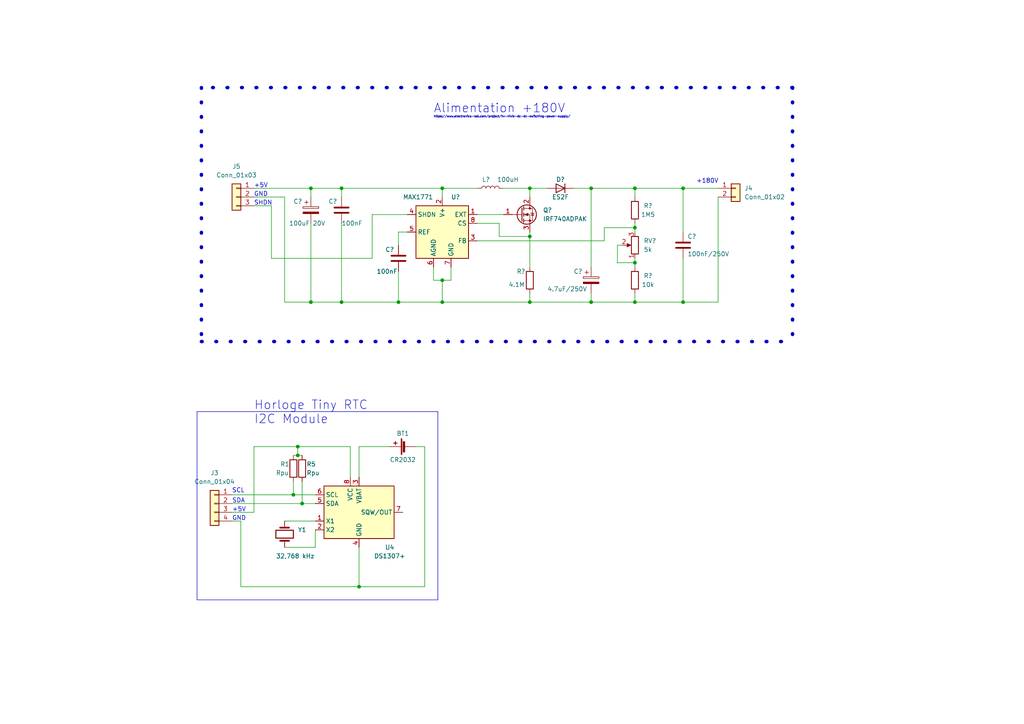
<source format=kicad_sch>
(kicad_sch (version 20230121) (generator eeschema)
  (paper "A4")
  (title_block (title "Horloge Nixie") (date "2023-07-10") (rev "0.2") (company "Author : Laurent Claude - www.laurentclaude.fr") (comment 1 "License : Open Source Hardware - CC BY-SA 4.0"))
  (lib_symbols
    (symbol "Connector_Generic:Conn_01x02" (pin_names (offset 1.016) hide)
      (property "Reference" "J" (at 0 2.54 0))
      (property "Value" "Conn_01x02" (at 0 -5.08 0))
      (symbol "Conn_01x02_1_1"
        (rectangle (start -1.27 -2.413) (end 0 -2.667) (stroke (width 0.1524)))
        (rectangle (start -1.27 0.127) (end 0 -0.127) (stroke (width 0.1524)))
        (rectangle (start -1.27 1.27) (end 1.27 -3.81) (stroke (width 0.254)) (fill (type background)))
        (pin passive line (at -5.08 0 0) (length 3.81) (name "Pin_1") (number "1"))
        (pin passive line (at -5.08 -2.54 0) (length 3.81) (name "Pin_2") (number "2"))
      )
    )
    (symbol "Connector_Generic:Conn_01x03" (pin_names (offset 1.016) hide)
      (property "Reference" "J" (at 0 5.08 0))
      (property "Value" "Conn_01x03" (at 0 -5.08 0))
      (symbol "Conn_01x03_1_1"
        (rectangle (start -1.27 -2.413) (end 0 -2.667) (stroke (width 0.1524)))
        (rectangle (start -1.27 0.127) (end 0 -0.127) (stroke (width 0.1524)))
        (rectangle (start -1.27 2.667) (end 0 2.413) (stroke (width 0.1524)))
        (rectangle (start -1.27 3.81) (end 1.27 -3.81) (stroke (width 0.254)) (fill (type background)))
        (pin passive line (at -5.08 2.54 0) (length 3.81) (name "Pin_1") (number "1"))
        (pin passive line (at -5.08 0 0) (length 3.81) (name "Pin_2") (number "2"))
        (pin passive line (at -5.08 -2.54 0) (length 3.81) (name "Pin_3") (number "3"))
      )
    )
    (symbol "Connector_Generic:Conn_01x04" (pin_names (offset 1.016) hide)
      (property "Reference" "J" (at 0 5.08 0))
      (property "Value" "Conn_01x04" (at 0 -7.62 0))
      (symbol "Conn_01x04_1_1"
        (rectangle (start -1.27 -4.953) (end 0 -5.207) (stroke (width 0.1524)))
        (rectangle (start -1.27 -2.413) (end 0 -2.667) (stroke (width 0.1524)))
        (rectangle (start -1.27 0.127) (end 0 -0.127) (stroke (width 0.1524)))
        (rectangle (start -1.27 2.667) (end 0 2.413) (stroke (width 0.1524)))
        (rectangle (start -1.27 3.81) (end 1.27 -6.35) (stroke (width 0.254)) (fill (type background)))
        (pin passive line (at -5.08 2.54 0) (length 3.81) (name "Pin_1") (number "1"))
        (pin passive line (at -5.08 0 0) (length 3.81) (name "Pin_2") (number "2"))
        (pin passive line (at -5.08 -2.54 0) (length 3.81) (name "Pin_3") (number "3"))
        (pin passive line (at -5.08 -5.08 0) (length 3.81) (name "Pin_4") (number "4"))
      )
    )
    (symbol "Device:Battery_Cell" (pin_numbers hide) (pin_names (offset 0) hide)
      (property "Reference" "BT" (at 2.54 2.54 0))
      (property "Value" "Battery_Cell" (at 2.54 0 0))
      (symbol "Battery_Cell_0_1"
        (rectangle (start -2.286 1.778) (end 2.286 1.524) (fill (type outline)))
        (rectangle (start -1.5748 1.1938) (end 1.4732 0.6858) (fill (type outline)))
        (polyline (pts (xy 0 0.762) (xy 0 0)))
        (polyline (pts (xy 0 1.778) (xy 0 2.54)))
        (polyline (pts (xy 0.508 3.429) (xy 1.524 3.429)) (stroke (width 0.254)))
        (polyline (pts (xy 1.016 3.937) (xy 1.016 2.921)) (stroke (width 0.254)))
      )
      (symbol "Battery_Cell_1_1"
        (pin passive line (at 0 5.08 270) (length 2.54) (name "+") (number "1"))
        (pin passive line (at 0 -2.54 90) (length 2.54) (name "-") (number "2"))
      )
    )
    (symbol "Device:C" (pin_numbers hide) (pin_names (offset 0.254))
      (property "Reference" "C" (at 0.635 2.54 0))
      (property "Value" "C" (at 0.635 -2.54 0))
      (symbol "C_0_1"
        (polyline (pts (xy -2.032 -0.762) (xy 2.032 -0.762)) (stroke (width 0.508)))
        (polyline (pts (xy -2.032 0.762) (xy 2.032 0.762)) (stroke (width 0.508)))
      )
      (symbol "C_1_1"
        (pin passive line (at 0 3.81 270) (length 2.794) (name "~") (number "1"))
        (pin passive line (at 0 -3.81 90) (length 2.794) (name "~") (number "2"))
      )
    )
    (symbol "Device:C_Polarized" (pin_numbers hide) (pin_names (offset 0.254))
      (property "Reference" "C" (at 0.635 2.54 0))
      (property "Value" "C_Polarized" (at 0.635 -2.54 0))
      (symbol "C_Polarized_0_1"
        (rectangle (start -2.286 0.508) (end 2.286 1.016))
        (polyline (pts (xy -1.778 2.286) (xy -0.762 2.286)))
        (polyline (pts (xy -1.27 2.794) (xy -1.27 1.778)))
        (rectangle (start 2.286 -0.508) (end -2.286 -1.016) (fill (type outline)))
      )
      (symbol "C_Polarized_1_1"
        (pin passive line (at 0 3.81 270) (length 2.794) (name "~") (number "1"))
        (pin passive line (at 0 -3.81 90) (length 2.794) (name "~") (number "2"))
      )
    )
    (symbol "Device:Crystal" (pin_numbers hide) (pin_names (offset 1.016) hide)
      (property "Reference" "Y" (at 0 3.81 0))
      (property "Value" "Crystal" (at 0 -3.81 0))
      (symbol "Crystal_0_1"
        (rectangle (start -1.143 2.54) (end 1.143 -2.54) (stroke (width 0.3048)))
        (polyline (pts (xy -2.54 0) (xy -1.905 0)))
        (polyline (pts (xy -1.905 -1.27) (xy -1.905 1.27)) (stroke (width 0.508)))
        (polyline (pts (xy 1.905 -1.27) (xy 1.905 1.27)) (stroke (width 0.508)))
        (polyline (pts (xy 2.54 0) (xy 1.905 0)))
      )
      (symbol "Crystal_1_1"
        (pin passive line (at -3.81 0 0) (length 1.27) (name "1") (number "1"))
        (pin passive line (at 3.81 0 180) (length 1.27) (name "2") (number "2"))
      )
    )
    (symbol "Device:D" (pin_numbers hide) (pin_names (offset 1.016) hide)
      (property "Reference" "D" (at 0 2.54 0))
      (property "Value" "D" (at 0 -2.54 0))
      (symbol "D_0_1"
        (polyline (pts (xy -1.27 1.27) (xy -1.27 -1.27)) (stroke (width 0.254)))
        (polyline (pts (xy 1.27 0) (xy -1.27 0)))
        (polyline (pts (xy 1.27 1.27) (xy 1.27 -1.27) (xy -1.27 0) (xy 1.27 1.27)) (stroke (width 0.254)))
      )
      (symbol "D_1_1"
        (pin passive line (at -3.81 0 0) (length 2.54) (name "K") (number "1"))
        (pin passive line (at 3.81 0 180) (length 2.54) (name "A") (number "2"))
      )
    )
    (symbol "Device:L" (pin_numbers hide) (pin_names (offset 1.016) hide)
      (property "Reference" "L" (at -1.27 0 90))
      (property "Value" "L" (at 1.905 0 90))
      (symbol "L_0_1"
        (arc (start 0 -2.54) (mid 0.6323 -1.905) (end 0 -1.27))
        (arc (start 0 -1.27) (mid 0.6323 -0.635) (end 0 0))
        (arc (start 0 0) (mid 0.6323 0.635) (end 0 1.27))
        (arc (start 0 1.27) (mid 0.6323 1.905) (end 0 2.54))
      )
      (symbol "L_1_1"
        (pin passive line (at 0 3.81 270) (length 1.27) (name "1") (number "1"))
        (pin passive line (at 0 -3.81 90) (length 1.27) (name "2") (number "2"))
      )
    )
    (symbol "Device:R" (pin_numbers hide) (pin_names (offset 0))
      (property "Reference" "R" (at 2.032 0 90))
      (property "Value" "R" (at 0 0 90))
      (symbol "R_0_1"
        (rectangle (start -1.016 -2.54) (end 1.016 2.54) (stroke (width 0.254)))
      )
      (symbol "R_1_1"
        (pin passive line (at 0 3.81 270) (length 1.27) (name "~") (number "1"))
        (pin passive line (at 0 -3.81 90) (length 1.27) (name "~") (number "2"))
      )
    )
    (symbol "Device:R_Potentiometer" (pin_names (offset 1.016) hide)
      (property "Reference" "RV" (at -4.445 0 90))
      (property "Value" "R_Potentiometer" (at -2.54 0 90))
      (symbol "R_Potentiometer_0_1"
        (polyline (pts (xy 2.54 0) (xy 1.524 0)))
        (polyline (pts (xy 1.143 0) (xy 2.286 0.508) (xy 2.286 -0.508) (xy 1.143 0)) (fill (type outline)))
        (rectangle (start 1.016 2.54) (end -1.016 -2.54) (stroke (width 0.254)))
      )
      (symbol "R_Potentiometer_1_1"
        (pin passive line (at 0 3.81 270) (length 1.27) (name "1") (number "1"))
        (pin passive line (at 3.81 0 180) (length 1.27) (name "2") (number "2"))
        (pin passive line (at 0 -3.81 90) (length 1.27) (name "3") (number "3"))
      )
    )
    (symbol "Regulator_Switching:MAX1771xSA"
      (property "Reference" "U" (at -3.81 10.16 0))
      (property "Value" "MAX1771xSA" (at 6.35 10.16 0))
      (symbol "MAX1771xSA_0_1"
        (rectangle (start -7.62 7.62) (end 7.62 -7.62) (stroke (width 0.254)) (fill (type background)))
      )
      (symbol "MAX1771xSA_1_1"
        (pin output line (at 10.16 5.08 180) (length 2.54) (name "EXT") (number "1"))
        (pin power_in line (at 0 10.16 270) (length 2.54) (name "V+") (number "2"))
        (pin input line (at 10.16 -2.54 180) (length 2.54) (name "FB") (number "3"))
        (pin input line (at -10.16 5.08 0) (length 2.54) (name "SHDN") (number "4"))
        (pin passive line (at -10.16 0 0) (length 2.54) (name "REF") (number "5"))
        (pin power_in line (at -2.54 -10.16 90) (length 2.54) (name "AGND") (number "6"))
        (pin power_in line (at 2.54 -10.16 90) (length 2.54) (name "GND") (number "7"))
        (pin input line (at 10.16 2.54 180) (length 2.54) (name "CS") (number "8"))
      )
    )
    (symbol "Timer_RTC:DS1307+"
      (property "Reference" "U" (at -8.89 8.89 0))
      (property "Value" "DS1307+" (at 1.27 8.89 0))
      (symbol "DS1307+_0_1"
        (rectangle (start -10.16 7.62) (end 10.16 -7.62) (stroke (width 0.254)) (fill (type background)))
      )
      (symbol "DS1307+_1_1"
        (pin input line (at -12.7 -2.54 0) (length 2.54) (name "X1") (number "1"))
        (pin input line (at -12.7 -5.08 0) (length 2.54) (name "X2") (number "2"))
        (pin power_in line (at 0 10.16 270) (length 2.54) (name "VBAT") (number "3"))
        (pin power_in line (at 0 -10.16 90) (length 2.54) (name "GND") (number "4"))
        (pin bidirectional line (at -12.7 2.54 0) (length 2.54) (name "SDA") (number "5"))
        (pin input line (at -12.7 5.08 0) (length 2.54) (name "SCL") (number "6"))
        (pin open_collector line (at 12.7 0 180) (length 2.54) (name "SQW/OUT") (number "7"))
        (pin power_in line (at -2.54 10.16 270) (length 2.54) (name "VCC") (number "8"))
      )
    )
    (symbol "Transistor_FET:IRF740" (pin_names hide)
      (property "Reference" "Q" (at 6.35 1.905 0))
      (property "Value" "IRF740" (at 6.35 0 0))
      (symbol "IRF740_0_1"
        (polyline (pts (xy 0.254 0) (xy -2.54 0)))
        (polyline (pts (xy 0.254 1.905) (xy 0.254 -1.905)) (stroke (width 0.254)))
        (polyline (pts (xy 0.762 -1.27) (xy 0.762 -2.286)) (stroke (width 0.254)))
        (polyline (pts (xy 0.762 0.508) (xy 0.762 -0.508)) (stroke (width 0.254)))
        (polyline (pts (xy 0.762 2.286) (xy 0.762 1.27)) (stroke (width 0.254)))
        (polyline (pts (xy 2.54 2.54) (xy 2.54 1.778)))
        (polyline (pts (xy 2.54 -2.54) (xy 2.54 0) (xy 0.762 0)))
        (polyline (pts (xy 0.762 -1.778) (xy 3.302 -1.778) (xy 3.302 1.778) (xy 0.762 1.778)))
        (polyline (pts (xy 1.016 0) (xy 2.032 0.381) (xy 2.032 -0.381) (xy 1.016 0)) (fill (type outline)))
        (polyline (pts (xy 2.794 0.508) (xy 2.921 0.381) (xy 3.683 0.381) (xy 3.81 0.254)))
        (polyline (pts (xy 3.302 0.381) (xy 2.921 -0.254) (xy 3.683 -0.254) (xy 3.302 0.381)))
        (circle (center 1.651 0) (radius 2.794) (stroke (width 0.254)))
        (circle (center 2.54 -1.778) (radius 0.254) (fill (type outline)))
        (circle (center 2.54 1.778) (radius 0.254) (fill (type outline)))
      )
      (symbol "IRF740_1_1"
        (pin input line (at -5.08 0 0) (length 2.54) (name "G") (number "1"))
        (pin passive line (at 2.54 5.08 270) (length 2.54) (name "D") (number "2"))
        (pin passive line (at 2.54 -5.08 90) (length 2.54) (name "S") (number "3"))
      )
    )
  )
  (junction (at 90.17 87.63))
  (junction (at 85.09 143.51))
  (junction (at 128.27 54.61))
  (junction (at 184.15 66.04))
  (junction (at 86.36 129.54))
  (junction (at 153.67 54.61))
  (junction (at 86.36 132.08))
  (junction (at 198.12 87.63))
  (junction (at 198.12 54.61))
  (junction (at 99.06 87.63))
  (junction (at 153.67 87.63))
  (junction (at 171.45 54.61))
  (junction (at 184.15 54.61))
  (junction (at 87.63 146.05))
  (junction (at 128.27 81.28))
  (junction (at 115.57 87.63))
  (junction (at 184.15 87.63))
  (junction (at 171.45 87.63))
  (junction (at 153.67 68.58))
  (junction (at 128.27 87.63))
  (junction (at 184.15 76.2))
  (junction (at 90.17 54.61))
  (junction (at 104.14 170.18))
  (junction (at 99.06 54.61))
  (wire (pts (xy 138.43 69.85) (xy 175.26 69.85)))
  (polyline (pts (xy 127 119.38) (xy 127 173.99)))
  (polyline (pts (xy 57.15 119.38) (xy 57.15 173.99)))
  (wire (pts (xy 115.57 87.63) (xy 128.27 87.63)))
  (wire (pts (xy 82.55 87.63) (xy 90.17 87.63)))
  (wire (pts (xy 128.27 81.28) (xy 128.27 87.63)))
  (wire (pts (xy 73.66 54.61) (xy 90.17 54.61)))
  (wire (pts (xy 90.17 87.63) (xy 99.06 87.63)))
  (wire (pts (xy 87.63 139.7) (xy 87.63 146.05)))
  (wire (pts (xy 198.12 54.61) (xy 184.15 54.61)))
  (wire (pts (xy 85.09 143.51) (xy 91.44 143.51)))
  (wire (pts (xy 73.66 148.59) (xy 73.66 129.54)))
  (wire (pts (xy 175.26 66.04) (xy 184.15 66.04)))
  (wire (pts (xy 144.78 68.58) (xy 153.67 68.58)))
  (wire (pts (xy 67.31 143.51) (xy 85.09 143.51)))
  (wire (pts (xy 198.12 67.31) (xy 198.12 54.61)))
  (polyline (pts (xy 127 119.38) (xy 57.15 119.38)))
  (wire (pts (xy 184.15 74.93) (xy 184.15 76.2)))
  (wire (pts (xy 69.85 151.13) (xy 69.85 170.18)))
  (wire (pts (xy 153.67 68.58) (xy 153.67 67.31)))
  (wire (pts (xy 101.6 129.54) (xy 101.6 138.43)))
  (wire (pts (xy 125.73 77.47) (xy 125.73 81.28)))
  (wire (pts (xy 130.81 77.47) (xy 130.81 81.28)))
  (wire (pts (xy 128.27 54.61) (xy 128.27 57.15)))
  (wire (pts (xy 86.36 132.08) (xy 87.63 132.08)))
  (wire (pts (xy 184.15 87.63) (xy 198.12 87.63)))
  (wire (pts (xy 69.85 170.18) (xy 104.14 170.18)))
  (wire (pts (xy 138.43 62.23) (xy 146.05 62.23)))
  (wire (pts (xy 99.06 87.63) (xy 115.57 87.63)))
  (polyline (pts (xy 58.42 99.06) (xy 229.87 99.06)) (stroke (width 1) (type dot)))
  (wire (pts (xy 128.27 54.61) (xy 138.43 54.61)))
  (wire (pts (xy 123.19 129.54) (xy 120.65 129.54)))
  (wire (pts (xy 166.37 54.61) (xy 171.45 54.61)))
  (wire (pts (xy 171.45 87.63) (xy 184.15 87.63)))
  (polyline (pts (xy 229.87 25.4) (xy 58.42 25.4)) (stroke (width 1) (type dot)))
  (wire (pts (xy 90.17 54.61) (xy 99.06 54.61)))
  (wire (pts (xy 78.74 59.69) (xy 78.74 74.93)))
  (wire (pts (xy 208.28 57.15) (xy 208.28 87.63)))
  (wire (pts (xy 125.73 81.28) (xy 128.27 81.28)))
  (wire (pts (xy 184.15 76.2) (xy 184.15 77.47)))
  (polyline (pts (xy 58.42 25.4) (xy 58.42 99.06)) (stroke (width 1) (type dot)))
  (wire (pts (xy 179.07 71.12) (xy 179.07 76.2)))
  (wire (pts (xy 85.09 132.08) (xy 86.36 132.08)))
  (polyline (pts (xy 229.87 25.4) (xy 229.87 99.06)) (stroke (width 1) (type dot)))
  (wire (pts (xy 90.17 64.77) (xy 90.17 87.63)))
  (wire (pts (xy 115.57 67.31) (xy 118.11 67.31)))
  (wire (pts (xy 86.36 129.54) (xy 101.6 129.54)))
  (wire (pts (xy 99.06 54.61) (xy 128.27 54.61)))
  (wire (pts (xy 99.06 54.61) (xy 99.06 57.15)))
  (wire (pts (xy 198.12 74.93) (xy 198.12 87.63)))
  (wire (pts (xy 184.15 85.09) (xy 184.15 87.63)))
  (wire (pts (xy 153.67 87.63) (xy 171.45 87.63)))
  (wire (pts (xy 184.15 64.77) (xy 184.15 66.04)))
  (wire (pts (xy 198.12 87.63) (xy 208.28 87.63)))
  (wire (pts (xy 86.36 132.08) (xy 86.36 129.54)))
  (wire (pts (xy 130.81 81.28) (xy 128.27 81.28)))
  (wire (pts (xy 82.55 158.75) (xy 91.44 158.75)))
  (wire (pts (xy 78.74 74.93) (xy 107.95 74.93)))
  (wire (pts (xy 171.45 54.61) (xy 184.15 54.61)))
  (wire (pts (xy 184.15 57.15) (xy 184.15 54.61)))
  (wire (pts (xy 184.15 66.04) (xy 184.15 67.31)))
  (wire (pts (xy 175.26 69.85) (xy 175.26 66.04)))
  (wire (pts (xy 104.14 170.18) (xy 123.19 170.18)))
  (wire (pts (xy 115.57 78.74) (xy 115.57 87.63)))
  (wire (pts (xy 123.19 129.54) (xy 123.19 170.18)))
  (wire (pts (xy 82.55 57.15) (xy 82.55 87.63)))
  (wire (pts (xy 104.14 129.54) (xy 113.03 129.54)))
  (wire (pts (xy 104.14 138.43) (xy 104.14 129.54)))
  (wire (pts (xy 99.06 64.77) (xy 99.06 87.63)))
  (wire (pts (xy 153.67 85.09) (xy 153.67 87.63)))
  (wire (pts (xy 87.63 146.05) (xy 91.44 146.05)))
  (wire (pts (xy 153.67 54.61) (xy 158.75 54.61)))
  (wire (pts (xy 115.57 71.12) (xy 115.57 67.31)))
  (wire (pts (xy 90.17 54.61) (xy 90.17 57.15)))
  (wire (pts (xy 144.78 64.77) (xy 144.78 68.58)))
  (wire (pts (xy 153.67 54.61) (xy 153.67 57.15)))
  (wire (pts (xy 107.95 74.93) (xy 107.95 62.23)))
  (wire (pts (xy 85.09 139.7) (xy 85.09 143.51)))
  (wire (pts (xy 198.12 54.61) (xy 208.28 54.61)))
  (wire (pts (xy 171.45 85.09) (xy 171.45 87.63)))
  (wire (pts (xy 146.05 54.61) (xy 153.67 54.61)))
  (wire (pts (xy 138.43 64.77) (xy 144.78 64.77)))
  (wire (pts (xy 180.34 71.12) (xy 179.07 71.12)))
  (wire (pts (xy 69.85 151.13) (xy 67.31 151.13)))
  (wire (pts (xy 179.07 76.2) (xy 184.15 76.2)))
  (wire (pts (xy 91.44 153.67) (xy 91.44 158.75)))
  (wire (pts (xy 82.55 151.13) (xy 91.44 151.13)))
  (wire (pts (xy 171.45 54.61) (xy 171.45 77.47)))
  (wire (pts (xy 128.27 87.63) (xy 153.67 87.63)))
  (wire (pts (xy 73.66 129.54) (xy 86.36 129.54)))
  (wire (pts (xy 67.31 146.05) (xy 87.63 146.05)))
  (wire (pts (xy 73.66 57.15) (xy 82.55 57.15)))
  (polyline (pts (xy 57.15 173.99) (xy 127 173.99)))
  (wire (pts (xy 153.67 68.58) (xy 153.67 77.47)))
  (wire (pts (xy 107.95 62.23) (xy 118.11 62.23)))
  (wire (pts (xy 104.14 158.75) (xy 104.14 170.18)))
  (wire (pts (xy 73.66 59.69) (xy 78.74 59.69)))
  (wire (pts (xy 67.31 148.59) (xy 73.66 148.59)))
  (text "Alimentation +180V" (at 125.73 33.02 0) (effects (font (size 2.54 2.54)) (justify left bottom)))
  (text "GND" (at 67.31 151.13 0) (effects (font (size 1.27 1.27)) (justify left bottom)))
  (text "https://www.electronics-lab.com/project/hv-nixie-dc-dc-switching-power-supply/" (at 125.73 34.29 0) (effects (font (size 0.6 0.6)) (justify left bottom)))
  (text "+180V" (at 201.93 53.34 0) (effects (font (size 1.27 1.27)) (justify left bottom)))
  (text "+5V" (at 73.66 54.61 0) (effects (font (size 1.27 1.27)) (justify left bottom)))
  (text "GND" (at 73.66 57.15 0) (effects (font (size 1.27 1.27)) (justify left bottom)))
  (text "SCL" (at 67.2729 143.1097 0) (effects (font (size 1.27 1.27)) (justify left bottom)))
  (text "SDA" (at 67.31 146.05 0) (effects (font (size 1.27 1.27)) (justify left bottom)))
  (text "SHDN" (at 73.66 59.69 0) (effects (font (size 1.27 1.27)) (justify left bottom)))
  (text "+5V" (at 67.31 148.59 0) (effects (font (size 1.27 1.27)) (justify left bottom)))
  (text "Horloge Tiny RTC\nI2C Module" (at 73.66 123.19 0) (effects (font (size 2.54 2.54)) (justify left bottom)))
  (symbol (lib_id "Device:C") (at 198.12 71.12 0) (unit 1)
    (property "Reference" "C?" (at 199.39 68.58 0) (effects (justify left)))
    (property "Value" "100nF/250V" (at 199.39 73.66 0) (effects (justify left)))
    (instances (project "Horloge_Nixie" (path "" (reference "C?") (unit 1)) (path "" (reference "C8") (unit 1))))
  )
  (symbol (lib_id "Device:Crystal") (at 82.55 154.94 90) (unit 1)
    (property "Reference" "Y1" (at 86.36 153.6699 90) (effects (justify right)))
    (property "Value" "32,768 kHz" (at 80.01 161.29 90) (effects (justify right)))
  )
  (symbol (lib_id "Device:C") (at 115.57 74.93 0) (unit 1)
    (property "Reference" "C?" (at 111.76 72.39 0) (effects (justify left)))
    (property "Value" "100nF" (at 109.22 78.74 0) (effects (justify left)))
    (instances (project "Horloge_Nixie" (path "" (reference "C?") (unit 1)) (path "" (reference "C6") (unit 1))))
  )
  (symbol (lib_id "Device:R") (at 85.09 135.89 0) (unit 1)
    (property "Reference" "R1" (at 81.28 134.62 0) (effects (justify left)))
    (property "Value" "Rpu" (at 80.01 137.16 0) (effects (justify left)))
  )
  (symbol (lib_id "Device:D") (at 162.56 54.61 180) (unit 1)
    (property "Reference" "D?" (at 162.56 52.07 0))
    (property "Value" "ES2F" (at 162.56 57.15 0))
    (instances (project "Horloge_Nixie" (path "" (reference "D?") (unit 1)) (path "" (reference "D5") (unit 1))))
  )
  (symbol (lib_id "Connector_Generic:Conn_01x03") (at 68.58 57.15 0) (mirror y) (unit 1)
    (property "Reference" "J5" (at 68.58 48.26 0))
    (property "Value" "Conn_01x03" (at 68.58 50.8 0))
  )
  (symbol (lib_id "Device:R") (at 184.15 81.28 180) (unit 1)
    (property "Reference" "R?" (at 187.96 80.01 0))
    (property "Value" "10k" (at 187.96 82.55 0))
    (instances (project "Horloge_Nixie" (path "" (reference "R?") (unit 1)) (path "" (reference "R4") (unit 1))))
  )
  (symbol (lib_id "Device:R") (at 87.63 135.89 0) (unit 1)
    (property "Reference" "R5" (at 88.9 134.62 0) (effects (justify left)))
    (property "Value" "Rpu" (at 88.9 137.16 0) (effects (justify left)))
  )
  (symbol (lib_id "Connector_Generic:Conn_01x02") (at 213.36 54.61 0) (unit 1)
    (property "Reference" "J4" (at 215.9 54.61 0) (effects (justify left)))
    (property "Value" "Conn_01x02" (at 215.9 57.15 0) (effects (justify left)))
  )
  (symbol (lib_id "Device:R") (at 184.15 60.96 180) (unit 1)
    (property "Reference" "R?" (at 187.96 59.69 0))
    (property "Value" "1M5" (at 187.96 62.23 0))
    (instances (project "Horloge_Nixie" (path "" (reference "R?") (unit 1)) (path "" (reference "R3") (unit 1))))
  )
  (symbol (lib_id "Regulator_Switching:MAX1771xSA") (at 128.27 67.31 0) (unit 1)
    (property "Reference" "U?" (at 130.81 57.15 0) (effects (justify left)))
    (property "Value" "MAX1771" (at 116.84 57.15 0) (effects (justify left)))
    (property "Footprint" "Package_SO:SO-8_3.9x4.9mm_P1.27mm" (effects hide))
    (property "Datasheet" "https://datasheets.maximintegrated.com/en/ds/MAX1771.pdf" (effects hide))
    (instances (project "Horloge_Nixie" (path "" (reference "U?") (unit 1)) (path "" (reference "U2") (unit 1))))
  )
  (symbol (lib_id "Device:C") (at 99.06 60.96 0) (unit 1)
    (property "Reference" "C?" (at 95.25 58.42 0) (effects (justify left)))
    (property "Value" "100nF" (at 99.06 64.77 0) (effects (justify left)))
    (instances (project "Horloge_Nixie" (path "" (reference "C?") (unit 1)) (path "" (reference "C5") (unit 1))))
  )
  (symbol (lib_id "Connector_Generic:Conn_01x04") (at 62.23 146.05 0) (mirror y) (unit 1)
    (property "Reference" "J3" (at 62.23 137.16 0))
    (property "Value" "Conn_01x04" (at 62.23 139.7 0))
  )
  (symbol (lib_id "Device:C_Polarized") (at 90.17 60.96 0) (unit 1)
    (property "Reference" "C?" (at 85.09 58.42 0) (effects (justify left)))
    (property "Value" "100uF 20V" (at 83.82 64.77 0) (effects (justify left)))
    (instances (project "Horloge_Nixie" (path "" (reference "C?") (unit 1)) (path "" (reference "C4") (unit 1))))
  )
  (symbol (lib_id "Device:R_Potentiometer") (at 184.15 71.12 180) (unit 1)
    (property "Reference" "RV?" (at 186.69 69.8499 0) (effects (justify right)))
    (property "Value" "5k" (at 186.69 72.3899 0) (effects (justify right)))
    (instances (project "Horloge_Nixie" (path "" (reference "RV?") (unit 1)) (path "" (reference "RV1") (unit 1))))
  )
  (symbol (lib_id "Device:C_Polarized") (at 171.45 81.28 0) (unit 1)
    (property "Reference" "C?" (at 166.37 78.74 0) (effects (justify left)))
    (property "Value" "4.7uF/250V" (at 158.75 83.82 0) (effects (justify left)))
    (instances (project "Horloge_Nixie" (path "" (reference "C?") (unit 1)) (path "" (reference "C7") (unit 1))))
  )
  (symbol (lib_id "Device:R") (at 153.67 81.28 180) (unit 1)
    (property "Reference" "R?" (at 151.13 78.74 0))
    (property "Value" "4.1M" (at 149.86 82.55 0))
    (instances (project "Horloge_Nixie" (path "" (reference "R?") (unit 1)) (path "" (reference "R2") (unit 1))))
  )
  (symbol (lib_id "Timer_RTC:DS1307+") (at 104.14 148.59 0) (unit 1)
    (property "Reference" "U4" (at 113.03 158.75 0))
    (property "Value" "DS1307+" (at 113.03 161.29 0))
    (property "Footprint" "Package_DIP:DIP-8_W7.62mm" (effects hide))
    (property "Datasheet" "https://datasheets.maximintegrated.com/en/ds/DS1307.pdf" (effects hide))
  )
  (symbol (lib_id "Device:Battery_Cell") (at 118.11 129.54 90) (unit 1)
    (property "Reference" "BT1" (at 116.84 125.73 90))
    (property "Value" "CR2032" (at 116.84 133.35 90))
  )
  (symbol (lib_id "Device:L") (at 142.24 54.61 90) (unit 1)
    (property "Reference" "L?" (at 140.97 52.07 90))
    (property "Value" "100uH" (at 147.32 52.07 90))
    (instances (project "Horloge_Nixie" (path "" (reference "L?") (unit 1)) (path "" (reference "L1") (unit 1))))
  )
  (symbol (lib_id "Transistor_FET:IRF740") (at 151.13 62.23 0) (unit 1)
    (property "Reference" "Q?" (at 157.48 60.9599 0) (effects (justify left)))
    (property "Value" "IRF740ADPAK" (at 157.48 63.4999 0) (effects (justify left)))
    (property "Footprint" "Package_TO_SOT_THT:TO-220-3_Vertical" (effects hide))
    (property "Datasheet" "http://www.vishay.com/docs/91054/91054.pdf" (effects hide))
    (instances (project "Horloge_Nixie" (path "" (reference "Q?") (unit 1)) (path "" (reference "Q1") (unit 1))))
  )
)
</source>
